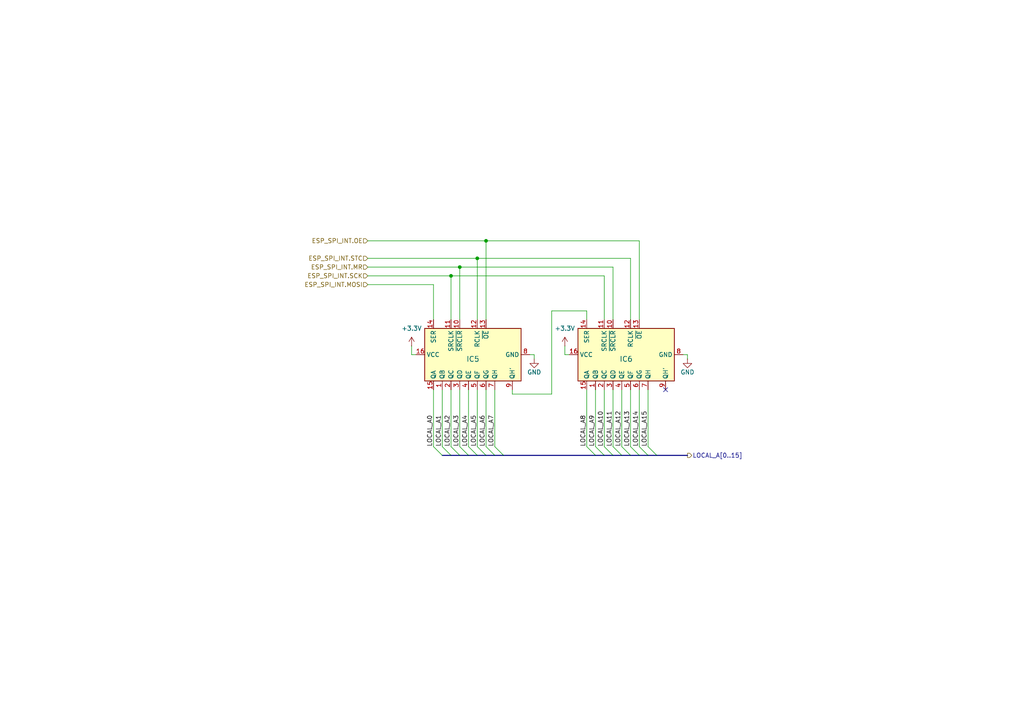
<source format=kicad_sch>
(kicad_sch
	(version 20231120)
	(generator "eeschema")
	(generator_version "8.0")
	(uuid "3e57c991-ee6c-4477-ac2f-fc9129eb7272")
	(paper "A4")
	(lib_symbols
		(symbol "74xx:74HC595"
			(exclude_from_sim no)
			(in_bom yes)
			(on_board yes)
			(property "Reference" "U"
				(at -7.62 13.97 0)
				(effects
					(font
						(size 1.27 1.27)
					)
				)
			)
			(property "Value" "74HC595"
				(at -7.62 -16.51 0)
				(effects
					(font
						(size 1.27 1.27)
					)
				)
			)
			(property "Footprint" ""
				(at 0 0 0)
				(effects
					(font
						(size 1.27 1.27)
					)
					(hide yes)
				)
			)
			(property "Datasheet" "http://www.ti.com/lit/ds/symlink/sn74hc595.pdf"
				(at 0 0 0)
				(effects
					(font
						(size 1.27 1.27)
					)
					(hide yes)
				)
			)
			(property "Description" "8-bit serial in/out Shift Register 3-State Outputs"
				(at 0 0 0)
				(effects
					(font
						(size 1.27 1.27)
					)
					(hide yes)
				)
			)
			(property "ki_keywords" "HCMOS SR 3State"
				(at 0 0 0)
				(effects
					(font
						(size 1.27 1.27)
					)
					(hide yes)
				)
			)
			(property "ki_fp_filters" "DIP*W7.62mm* SOIC*3.9x9.9mm*P1.27mm* TSSOP*4.4x5mm*P0.65mm* SOIC*5.3x10.2mm*P1.27mm* SOIC*7.5x10.3mm*P1.27mm*"
				(at 0 0 0)
				(effects
					(font
						(size 1.27 1.27)
					)
					(hide yes)
				)
			)
			(symbol "74HC595_1_0"
				(pin tri_state line
					(at 10.16 7.62 180)
					(length 2.54)
					(name "QB"
						(effects
							(font
								(size 1.27 1.27)
							)
						)
					)
					(number "1"
						(effects
							(font
								(size 1.27 1.27)
							)
						)
					)
				)
				(pin input line
					(at -10.16 2.54 0)
					(length 2.54)
					(name "~{SRCLR}"
						(effects
							(font
								(size 1.27 1.27)
							)
						)
					)
					(number "10"
						(effects
							(font
								(size 1.27 1.27)
							)
						)
					)
				)
				(pin input line
					(at -10.16 5.08 0)
					(length 2.54)
					(name "SRCLK"
						(effects
							(font
								(size 1.27 1.27)
							)
						)
					)
					(number "11"
						(effects
							(font
								(size 1.27 1.27)
							)
						)
					)
				)
				(pin input line
					(at -10.16 -2.54 0)
					(length 2.54)
					(name "RCLK"
						(effects
							(font
								(size 1.27 1.27)
							)
						)
					)
					(number "12"
						(effects
							(font
								(size 1.27 1.27)
							)
						)
					)
				)
				(pin input line
					(at -10.16 -5.08 0)
					(length 2.54)
					(name "~{OE}"
						(effects
							(font
								(size 1.27 1.27)
							)
						)
					)
					(number "13"
						(effects
							(font
								(size 1.27 1.27)
							)
						)
					)
				)
				(pin input line
					(at -10.16 10.16 0)
					(length 2.54)
					(name "SER"
						(effects
							(font
								(size 1.27 1.27)
							)
						)
					)
					(number "14"
						(effects
							(font
								(size 1.27 1.27)
							)
						)
					)
				)
				(pin tri_state line
					(at 10.16 10.16 180)
					(length 2.54)
					(name "QA"
						(effects
							(font
								(size 1.27 1.27)
							)
						)
					)
					(number "15"
						(effects
							(font
								(size 1.27 1.27)
							)
						)
					)
				)
				(pin power_in line
					(at 0 15.24 270)
					(length 2.54)
					(name "VCC"
						(effects
							(font
								(size 1.27 1.27)
							)
						)
					)
					(number "16"
						(effects
							(font
								(size 1.27 1.27)
							)
						)
					)
				)
				(pin tri_state line
					(at 10.16 5.08 180)
					(length 2.54)
					(name "QC"
						(effects
							(font
								(size 1.27 1.27)
							)
						)
					)
					(number "2"
						(effects
							(font
								(size 1.27 1.27)
							)
						)
					)
				)
				(pin tri_state line
					(at 10.16 2.54 180)
					(length 2.54)
					(name "QD"
						(effects
							(font
								(size 1.27 1.27)
							)
						)
					)
					(number "3"
						(effects
							(font
								(size 1.27 1.27)
							)
						)
					)
				)
				(pin tri_state line
					(at 10.16 0 180)
					(length 2.54)
					(name "QE"
						(effects
							(font
								(size 1.27 1.27)
							)
						)
					)
					(number "4"
						(effects
							(font
								(size 1.27 1.27)
							)
						)
					)
				)
				(pin tri_state line
					(at 10.16 -2.54 180)
					(length 2.54)
					(name "QF"
						(effects
							(font
								(size 1.27 1.27)
							)
						)
					)
					(number "5"
						(effects
							(font
								(size 1.27 1.27)
							)
						)
					)
				)
				(pin tri_state line
					(at 10.16 -5.08 180)
					(length 2.54)
					(name "QG"
						(effects
							(font
								(size 1.27 1.27)
							)
						)
					)
					(number "6"
						(effects
							(font
								(size 1.27 1.27)
							)
						)
					)
				)
				(pin tri_state line
					(at 10.16 -7.62 180)
					(length 2.54)
					(name "QH"
						(effects
							(font
								(size 1.27 1.27)
							)
						)
					)
					(number "7"
						(effects
							(font
								(size 1.27 1.27)
							)
						)
					)
				)
				(pin power_in line
					(at 0 -17.78 90)
					(length 2.54)
					(name "GND"
						(effects
							(font
								(size 1.27 1.27)
							)
						)
					)
					(number "8"
						(effects
							(font
								(size 1.27 1.27)
							)
						)
					)
				)
				(pin output line
					(at 10.16 -12.7 180)
					(length 2.54)
					(name "QH'"
						(effects
							(font
								(size 1.27 1.27)
							)
						)
					)
					(number "9"
						(effects
							(font
								(size 1.27 1.27)
							)
						)
					)
				)
			)
			(symbol "74HC595_1_1"
				(rectangle
					(start -7.62 12.7)
					(end 7.62 -15.24)
					(stroke
						(width 0.254)
						(type default)
					)
					(fill
						(type background)
					)
				)
			)
		)
		(symbol "power:+3.3V"
			(power)
			(pin_numbers hide)
			(pin_names
				(offset 0) hide)
			(exclude_from_sim no)
			(in_bom yes)
			(on_board yes)
			(property "Reference" "#PWR"
				(at 0 -3.81 0)
				(effects
					(font
						(size 1.27 1.27)
					)
					(hide yes)
				)
			)
			(property "Value" "+3.3V"
				(at 0 3.556 0)
				(effects
					(font
						(size 1.27 1.27)
					)
				)
			)
			(property "Footprint" ""
				(at 0 0 0)
				(effects
					(font
						(size 1.27 1.27)
					)
					(hide yes)
				)
			)
			(property "Datasheet" ""
				(at 0 0 0)
				(effects
					(font
						(size 1.27 1.27)
					)
					(hide yes)
				)
			)
			(property "Description" "Power symbol creates a global label with name \"+3.3V\""
				(at 0 0 0)
				(effects
					(font
						(size 1.27 1.27)
					)
					(hide yes)
				)
			)
			(property "ki_keywords" "global power"
				(at 0 0 0)
				(effects
					(font
						(size 1.27 1.27)
					)
					(hide yes)
				)
			)
			(symbol "+3.3V_0_1"
				(polyline
					(pts
						(xy -0.762 1.27) (xy 0 2.54)
					)
					(stroke
						(width 0)
						(type default)
					)
					(fill
						(type none)
					)
				)
				(polyline
					(pts
						(xy 0 0) (xy 0 2.54)
					)
					(stroke
						(width 0)
						(type default)
					)
					(fill
						(type none)
					)
				)
				(polyline
					(pts
						(xy 0 2.54) (xy 0.762 1.27)
					)
					(stroke
						(width 0)
						(type default)
					)
					(fill
						(type none)
					)
				)
			)
			(symbol "+3.3V_1_1"
				(pin power_in line
					(at 0 0 90)
					(length 0)
					(name "~"
						(effects
							(font
								(size 1.27 1.27)
							)
						)
					)
					(number "1"
						(effects
							(font
								(size 1.27 1.27)
							)
						)
					)
				)
			)
		)
		(symbol "power:GND"
			(power)
			(pin_numbers hide)
			(pin_names
				(offset 0) hide)
			(exclude_from_sim no)
			(in_bom yes)
			(on_board yes)
			(property "Reference" "#PWR"
				(at 0 -6.35 0)
				(effects
					(font
						(size 1.27 1.27)
					)
					(hide yes)
				)
			)
			(property "Value" "GND"
				(at 0 -3.81 0)
				(effects
					(font
						(size 1.27 1.27)
					)
				)
			)
			(property "Footprint" ""
				(at 0 0 0)
				(effects
					(font
						(size 1.27 1.27)
					)
					(hide yes)
				)
			)
			(property "Datasheet" ""
				(at 0 0 0)
				(effects
					(font
						(size 1.27 1.27)
					)
					(hide yes)
				)
			)
			(property "Description" "Power symbol creates a global label with name \"GND\" , ground"
				(at 0 0 0)
				(effects
					(font
						(size 1.27 1.27)
					)
					(hide yes)
				)
			)
			(property "ki_keywords" "global power"
				(at 0 0 0)
				(effects
					(font
						(size 1.27 1.27)
					)
					(hide yes)
				)
			)
			(symbol "GND_0_1"
				(polyline
					(pts
						(xy 0 0) (xy 0 -1.27) (xy 1.27 -1.27) (xy 0 -2.54) (xy -1.27 -1.27) (xy 0 -1.27)
					)
					(stroke
						(width 0)
						(type default)
					)
					(fill
						(type none)
					)
				)
			)
			(symbol "GND_1_1"
				(pin power_in line
					(at 0 0 270)
					(length 0)
					(name "~"
						(effects
							(font
								(size 1.27 1.27)
							)
						)
					)
					(number "1"
						(effects
							(font
								(size 1.27 1.27)
							)
						)
					)
				)
			)
		)
	)
	(junction
		(at 133.35 77.47)
		(diameter 0)
		(color 0 0 0 0)
		(uuid "8ebef572-2e13-4209-abcd-831d720fbdb2")
	)
	(junction
		(at 130.81 80.01)
		(diameter 0)
		(color 0 0 0 0)
		(uuid "9d8c396a-40d9-42ea-8220-067da0012b5d")
	)
	(junction
		(at 140.97 69.85)
		(diameter 0)
		(color 0 0 0 0)
		(uuid "d78c04f8-7cdd-4148-8116-30396496f405")
	)
	(junction
		(at 138.43 74.93)
		(diameter 0)
		(color 0 0 0 0)
		(uuid "def08c02-9665-4421-b111-653f54d25129")
	)
	(no_connect
		(at 193.04 113.03)
		(uuid "7377e678-dd3f-4878-8496-9b75db641e1c")
	)
	(bus_entry
		(at 187.96 129.54)
		(size 2.54 2.54)
		(stroke
			(width 0)
			(type default)
		)
		(uuid "016b24c2-05de-4165-93dd-ae48351e42b1")
	)
	(bus_entry
		(at 180.34 129.54)
		(size 2.54 2.54)
		(stroke
			(width 0)
			(type default)
		)
		(uuid "1964aac2-9a2f-49d4-b16b-a831d9518fb7")
	)
	(bus_entry
		(at 182.88 129.54)
		(size 2.54 2.54)
		(stroke
			(width 0)
			(type default)
		)
		(uuid "36d5ca51-40a0-447e-85ca-d5db8a2414d6")
	)
	(bus_entry
		(at 133.35 129.54)
		(size 2.54 2.54)
		(stroke
			(width 0)
			(type default)
		)
		(uuid "57e0501b-4d1b-4f54-ba09-498392e530c1")
	)
	(bus_entry
		(at 125.73 129.54)
		(size 2.54 2.54)
		(stroke
			(width 0)
			(type default)
		)
		(uuid "64386edf-4994-4c67-a32b-1adf4235aefb")
	)
	(bus_entry
		(at 135.89 129.54)
		(size 2.54 2.54)
		(stroke
			(width 0)
			(type default)
		)
		(uuid "6b3f4361-6695-437d-8b5c-223fbabbbda5")
	)
	(bus_entry
		(at 172.72 129.54)
		(size 2.54 2.54)
		(stroke
			(width 0)
			(type default)
		)
		(uuid "7f3182da-ffe8-4b0c-ae93-ff2f47a6597b")
	)
	(bus_entry
		(at 140.97 129.54)
		(size 2.54 2.54)
		(stroke
			(width 0)
			(type default)
		)
		(uuid "8a778364-1141-4393-80a2-e99d30899ff7")
	)
	(bus_entry
		(at 175.26 129.54)
		(size 2.54 2.54)
		(stroke
			(width 0)
			(type default)
		)
		(uuid "91c1fd9d-ab3c-4cd1-8259-a7d15adc27bd")
	)
	(bus_entry
		(at 185.42 129.54)
		(size 2.54 2.54)
		(stroke
			(width 0)
			(type default)
		)
		(uuid "94e8faf0-d2f6-481c-9657-8d733c14cc38")
	)
	(bus_entry
		(at 138.43 129.54)
		(size 2.54 2.54)
		(stroke
			(width 0)
			(type default)
		)
		(uuid "95d11dca-46b7-469d-b36b-028c2dedb612")
	)
	(bus_entry
		(at 177.8 129.54)
		(size 2.54 2.54)
		(stroke
			(width 0)
			(type default)
		)
		(uuid "ad3d2c99-3509-4106-8ad1-4ecd1d847a92")
	)
	(bus_entry
		(at 170.18 129.54)
		(size 2.54 2.54)
		(stroke
			(width 0)
			(type default)
		)
		(uuid "b492701e-9c3d-445e-84e0-76cad3496608")
	)
	(bus_entry
		(at 143.51 129.54)
		(size 2.54 2.54)
		(stroke
			(width 0)
			(type default)
		)
		(uuid "bb2e830f-9300-4829-ad53-b8ed4d3dbbb9")
	)
	(bus_entry
		(at 130.81 129.54)
		(size 2.54 2.54)
		(stroke
			(width 0)
			(type default)
		)
		(uuid "eb71664e-7362-452e-ab21-7da259c93381")
	)
	(bus_entry
		(at 128.27 129.54)
		(size 2.54 2.54)
		(stroke
			(width 0)
			(type default)
		)
		(uuid "f986eccb-764e-497e-a1fd-b10199a222d2")
	)
	(wire
		(pts
			(xy 119.38 100.33) (xy 119.38 102.87)
		)
		(stroke
			(width 0)
			(type default)
		)
		(uuid "004622d2-1325-4676-996a-ec683e911809")
	)
	(wire
		(pts
			(xy 177.8 77.47) (xy 177.8 92.71)
		)
		(stroke
			(width 0)
			(type default)
		)
		(uuid "02c5e86a-ee63-436f-8233-c7834fd5e4a2")
	)
	(bus
		(pts
			(xy 140.97 132.08) (xy 143.51 132.08)
		)
		(stroke
			(width 0)
			(type default)
		)
		(uuid "067f923e-8337-4f4c-b180-39258b462492")
	)
	(bus
		(pts
			(xy 180.34 132.08) (xy 182.88 132.08)
		)
		(stroke
			(width 0)
			(type default)
		)
		(uuid "0addd886-e422-4faf-a706-01055a707cb4")
	)
	(bus
		(pts
			(xy 190.5 132.08) (xy 199.39 132.08)
		)
		(stroke
			(width 0)
			(type default)
		)
		(uuid "0f67ca4e-ed40-4c94-b74f-faa48d9ea660")
	)
	(wire
		(pts
			(xy 140.97 69.85) (xy 185.42 69.85)
		)
		(stroke
			(width 0)
			(type default)
		)
		(uuid "115b45dc-3093-4820-8d5a-60b3eca1d8e2")
	)
	(bus
		(pts
			(xy 135.89 132.08) (xy 138.43 132.08)
		)
		(stroke
			(width 0)
			(type default)
		)
		(uuid "148d64b0-44f7-412a-a229-6ad71b21fe9a")
	)
	(wire
		(pts
			(xy 140.97 113.03) (xy 140.97 129.54)
		)
		(stroke
			(width 0)
			(type default)
		)
		(uuid "14c08f89-55b8-4552-b0a2-331cc7073421")
	)
	(wire
		(pts
			(xy 128.27 113.03) (xy 128.27 129.54)
		)
		(stroke
			(width 0)
			(type default)
		)
		(uuid "21803f36-f645-44ce-98ea-49450d83c7de")
	)
	(bus
		(pts
			(xy 146.05 132.08) (xy 172.72 132.08)
		)
		(stroke
			(width 0)
			(type default)
		)
		(uuid "2364b110-ce31-40d0-a693-5ac536b8e47b")
	)
	(wire
		(pts
			(xy 172.72 113.03) (xy 172.72 129.54)
		)
		(stroke
			(width 0)
			(type default)
		)
		(uuid "29f8e695-12f4-4f9c-b471-1f003aedc74c")
	)
	(wire
		(pts
			(xy 133.35 113.03) (xy 133.35 129.54)
		)
		(stroke
			(width 0)
			(type default)
		)
		(uuid "30e44fc9-70a5-41cd-97cb-cad65b100953")
	)
	(bus
		(pts
			(xy 177.8 132.08) (xy 180.34 132.08)
		)
		(stroke
			(width 0)
			(type default)
		)
		(uuid "36664191-c204-4112-b775-88c7c8bb9f52")
	)
	(bus
		(pts
			(xy 143.51 132.08) (xy 146.05 132.08)
		)
		(stroke
			(width 0)
			(type default)
		)
		(uuid "3884a5db-39d2-47da-b68f-1609bbc3e47a")
	)
	(wire
		(pts
			(xy 154.94 102.87) (xy 153.67 102.87)
		)
		(stroke
			(width 0)
			(type default)
		)
		(uuid "38a809c3-f4ad-4e39-9d60-0923469eb2f5")
	)
	(wire
		(pts
			(xy 177.8 113.03) (xy 177.8 129.54)
		)
		(stroke
			(width 0)
			(type default)
		)
		(uuid "40d213f9-8585-4728-bdc2-bcab11a184fb")
	)
	(wire
		(pts
			(xy 106.68 77.47) (xy 133.35 77.47)
		)
		(stroke
			(width 0)
			(type default)
		)
		(uuid "433f2a7c-6eec-4842-93f8-ea5b38f60f67")
	)
	(wire
		(pts
			(xy 138.43 74.93) (xy 182.88 74.93)
		)
		(stroke
			(width 0)
			(type default)
		)
		(uuid "4d4b5373-611b-46b1-a875-22226e645ce8")
	)
	(wire
		(pts
			(xy 119.38 102.87) (xy 120.65 102.87)
		)
		(stroke
			(width 0)
			(type default)
		)
		(uuid "4e83d731-71cb-4d19-bec7-5accee16a9ad")
	)
	(wire
		(pts
			(xy 130.81 80.01) (xy 175.26 80.01)
		)
		(stroke
			(width 0)
			(type default)
		)
		(uuid "4fa1ab71-4e07-45fc-8bed-63b6806b19da")
	)
	(wire
		(pts
			(xy 138.43 113.03) (xy 138.43 129.54)
		)
		(stroke
			(width 0)
			(type default)
		)
		(uuid "50427024-7a2f-49d7-81e6-c46aca29a4ed")
	)
	(bus
		(pts
			(xy 130.81 132.08) (xy 133.35 132.08)
		)
		(stroke
			(width 0)
			(type default)
		)
		(uuid "5112ae12-9806-4fee-abcd-b4ac786735d8")
	)
	(wire
		(pts
			(xy 170.18 113.03) (xy 170.18 129.54)
		)
		(stroke
			(width 0)
			(type default)
		)
		(uuid "51da6312-e064-4f61-984a-5bf7b6a7af79")
	)
	(wire
		(pts
			(xy 125.73 113.03) (xy 125.73 129.54)
		)
		(stroke
			(width 0)
			(type default)
		)
		(uuid "59b1139a-71ca-4a81-9f81-c50a9ac3c863")
	)
	(bus
		(pts
			(xy 185.42 132.08) (xy 187.96 132.08)
		)
		(stroke
			(width 0)
			(type default)
		)
		(uuid "67405e5f-727c-48ae-9053-34db60bc9d71")
	)
	(wire
		(pts
			(xy 187.96 113.03) (xy 187.96 129.54)
		)
		(stroke
			(width 0)
			(type default)
		)
		(uuid "67896519-184a-4190-8bf4-ca8ade696a26")
	)
	(wire
		(pts
			(xy 106.68 80.01) (xy 130.81 80.01)
		)
		(stroke
			(width 0)
			(type default)
		)
		(uuid "6a35bfbc-1c3f-44e7-9669-cee4f8836dd2")
	)
	(wire
		(pts
			(xy 143.51 113.03) (xy 143.51 129.54)
		)
		(stroke
			(width 0)
			(type default)
		)
		(uuid "6b05cad1-4570-40df-9e19-641efad8cad6")
	)
	(bus
		(pts
			(xy 133.35 132.08) (xy 135.89 132.08)
		)
		(stroke
			(width 0)
			(type default)
		)
		(uuid "6e75d645-317a-4b45-a1f9-929f007c73ea")
	)
	(bus
		(pts
			(xy 187.96 132.08) (xy 190.5 132.08)
		)
		(stroke
			(width 0)
			(type default)
		)
		(uuid "7afb5828-173b-4e56-8a58-57edec3846bb")
	)
	(wire
		(pts
			(xy 138.43 74.93) (xy 138.43 92.71)
		)
		(stroke
			(width 0)
			(type default)
		)
		(uuid "82e55ab7-325e-40cd-a80c-f69c0346ab35")
	)
	(wire
		(pts
			(xy 170.18 92.71) (xy 170.18 90.17)
		)
		(stroke
			(width 0)
			(type default)
		)
		(uuid "838b3e3e-f7e5-4687-a0ac-4c5efe7f5bd6")
	)
	(bus
		(pts
			(xy 172.72 132.08) (xy 175.26 132.08)
		)
		(stroke
			(width 0)
			(type default)
		)
		(uuid "872e5409-d3a3-48e6-9899-92c9603cb557")
	)
	(wire
		(pts
			(xy 106.68 69.85) (xy 140.97 69.85)
		)
		(stroke
			(width 0)
			(type default)
		)
		(uuid "8de1e1fd-cb53-476c-be91-21ae7e916189")
	)
	(wire
		(pts
			(xy 163.83 102.87) (xy 165.1 102.87)
		)
		(stroke
			(width 0)
			(type default)
		)
		(uuid "92f6320d-cf73-4da4-bb55-de2616f973f1")
	)
	(wire
		(pts
			(xy 133.35 77.47) (xy 177.8 77.47)
		)
		(stroke
			(width 0)
			(type default)
		)
		(uuid "94b91788-52fd-4111-af08-a35160743461")
	)
	(wire
		(pts
			(xy 125.73 92.71) (xy 125.73 82.55)
		)
		(stroke
			(width 0)
			(type default)
		)
		(uuid "950337d5-e795-40ea-a7f2-7e56bc8ac29c")
	)
	(wire
		(pts
			(xy 130.81 113.03) (xy 130.81 129.54)
		)
		(stroke
			(width 0)
			(type default)
		)
		(uuid "963795da-e549-4a27-9e8b-c51d0e363ee4")
	)
	(wire
		(pts
			(xy 148.59 114.3) (xy 148.59 113.03)
		)
		(stroke
			(width 0)
			(type default)
		)
		(uuid "96aa3c78-fd7c-489a-bac8-e3bd648398e5")
	)
	(wire
		(pts
			(xy 160.02 114.3) (xy 160.02 90.17)
		)
		(stroke
			(width 0)
			(type default)
		)
		(uuid "97166192-1b3e-4c9b-8b71-a2d17e735ca4")
	)
	(wire
		(pts
			(xy 199.39 102.87) (xy 199.39 104.14)
		)
		(stroke
			(width 0)
			(type default)
		)
		(uuid "989aeb24-8b64-4da2-b130-359a62a96064")
	)
	(wire
		(pts
			(xy 163.83 100.33) (xy 163.83 102.87)
		)
		(stroke
			(width 0)
			(type default)
		)
		(uuid "9a869301-b2c5-4ad6-9c77-82fa1bf1b6d0")
	)
	(wire
		(pts
			(xy 160.02 90.17) (xy 170.18 90.17)
		)
		(stroke
			(width 0)
			(type default)
		)
		(uuid "9c1ed13e-7a80-42f6-86db-b831b86fd3db")
	)
	(wire
		(pts
			(xy 180.34 113.03) (xy 180.34 129.54)
		)
		(stroke
			(width 0)
			(type default)
		)
		(uuid "9cbe4e52-77a7-4045-b72f-18e56852e89b")
	)
	(wire
		(pts
			(xy 185.42 113.03) (xy 185.42 129.54)
		)
		(stroke
			(width 0)
			(type default)
		)
		(uuid "aaa78270-4858-480a-a6dc-e4ecd582bb7e")
	)
	(wire
		(pts
			(xy 106.68 82.55) (xy 125.73 82.55)
		)
		(stroke
			(width 0)
			(type default)
		)
		(uuid "b93b1fdf-8d34-4321-862d-c959cf952854")
	)
	(bus
		(pts
			(xy 182.88 132.08) (xy 185.42 132.08)
		)
		(stroke
			(width 0)
			(type default)
		)
		(uuid "bd1800b9-de2e-40c9-b7aa-5873b9c33886")
	)
	(wire
		(pts
			(xy 182.88 74.93) (xy 182.88 92.71)
		)
		(stroke
			(width 0)
			(type default)
		)
		(uuid "bec0f0db-0dfc-41db-826c-adb78dbaaffc")
	)
	(wire
		(pts
			(xy 133.35 77.47) (xy 133.35 92.71)
		)
		(stroke
			(width 0)
			(type default)
		)
		(uuid "c0ae456f-01a9-4038-abf0-17651305e316")
	)
	(wire
		(pts
			(xy 182.88 113.03) (xy 182.88 129.54)
		)
		(stroke
			(width 0)
			(type default)
		)
		(uuid "c1061c0b-c84a-4ae3-9e64-b6e83ba19e36")
	)
	(wire
		(pts
			(xy 175.26 113.03) (xy 175.26 129.54)
		)
		(stroke
			(width 0)
			(type default)
		)
		(uuid "c6044f3f-6ba9-4772-ba73-ab41d5473fe8")
	)
	(wire
		(pts
			(xy 185.42 92.71) (xy 185.42 69.85)
		)
		(stroke
			(width 0)
			(type default)
		)
		(uuid "c8bd92b2-8f08-4dde-8ff7-b4b35104c879")
	)
	(bus
		(pts
			(xy 128.27 132.08) (xy 130.81 132.08)
		)
		(stroke
			(width 0)
			(type default)
		)
		(uuid "cc9b2152-3934-4f2b-b141-84cace55493c")
	)
	(wire
		(pts
			(xy 154.94 102.87) (xy 154.94 104.14)
		)
		(stroke
			(width 0)
			(type default)
		)
		(uuid "cda65532-60ba-4936-a394-96396a005178")
	)
	(wire
		(pts
			(xy 106.68 74.93) (xy 138.43 74.93)
		)
		(stroke
			(width 0)
			(type default)
		)
		(uuid "ce9823c6-bc58-49d3-b136-a25ed5704c44")
	)
	(wire
		(pts
			(xy 130.81 80.01) (xy 130.81 92.71)
		)
		(stroke
			(width 0)
			(type default)
		)
		(uuid "d0bdaf73-3158-4612-be74-6f5e6ca7ce26")
	)
	(wire
		(pts
			(xy 199.39 102.87) (xy 198.12 102.87)
		)
		(stroke
			(width 0)
			(type default)
		)
		(uuid "de53799b-9212-4c78-a1c8-72b498639377")
	)
	(wire
		(pts
			(xy 160.02 114.3) (xy 148.59 114.3)
		)
		(stroke
			(width 0)
			(type default)
		)
		(uuid "e1d2f1eb-9b4c-46c2-a03b-d6fced6785a7")
	)
	(bus
		(pts
			(xy 138.43 132.08) (xy 140.97 132.08)
		)
		(stroke
			(width 0)
			(type default)
		)
		(uuid "e355df0f-035f-4dd8-846e-d5b975529f95")
	)
	(wire
		(pts
			(xy 140.97 69.85) (xy 140.97 92.71)
		)
		(stroke
			(width 0)
			(type default)
		)
		(uuid "e4baf031-8934-4425-a5cb-b0d81e77ce63")
	)
	(bus
		(pts
			(xy 175.26 132.08) (xy 177.8 132.08)
		)
		(stroke
			(width 0)
			(type default)
		)
		(uuid "ef6fbc95-b95e-4916-9381-067a8428d21c")
	)
	(wire
		(pts
			(xy 135.89 113.03) (xy 135.89 129.54)
		)
		(stroke
			(width 0)
			(type default)
		)
		(uuid "f6673f36-9038-41e4-abfe-446d163ccf0b")
	)
	(wire
		(pts
			(xy 175.26 80.01) (xy 175.26 92.71)
		)
		(stroke
			(width 0)
			(type default)
		)
		(uuid "fadbf86c-ae57-452c-a9b5-5d8de47ad3ea")
	)
	(label "LOCAL_A1"
		(at 128.27 129.54 90)
		(fields_autoplaced yes)
		(effects
			(font
				(size 1.27 1.27)
			)
			(justify left bottom)
		)
		(uuid "06bd30ec-2029-448c-81eb-3481bd41ce50")
	)
	(label "LOCAL_A4"
		(at 135.89 129.54 90)
		(fields_autoplaced yes)
		(effects
			(font
				(size 1.27 1.27)
			)
			(justify left bottom)
		)
		(uuid "0980ca37-7be2-4640-83f3-ddcf92d6725f")
	)
	(label "LOCAL_A10"
		(at 175.26 129.54 90)
		(fields_autoplaced yes)
		(effects
			(font
				(size 1.27 1.27)
			)
			(justify left bottom)
		)
		(uuid "0f550e13-454b-48f2-ab41-a0d699ed8928")
	)
	(label "LOCAL_A11"
		(at 177.8 129.54 90)
		(fields_autoplaced yes)
		(effects
			(font
				(size 1.27 1.27)
			)
			(justify left bottom)
		)
		(uuid "1fcb1618-92a0-4eca-9eee-2dbd806d4df2")
	)
	(label "LOCAL_A13"
		(at 182.88 129.54 90)
		(fields_autoplaced yes)
		(effects
			(font
				(size 1.27 1.27)
			)
			(justify left bottom)
		)
		(uuid "30b9b3fe-5a39-419a-affe-63ac25874d5d")
	)
	(label "LOCAL_A12"
		(at 180.34 129.54 90)
		(fields_autoplaced yes)
		(effects
			(font
				(size 1.27 1.27)
			)
			(justify left bottom)
		)
		(uuid "31b0cce4-221f-4f4a-b567-9ef31a5d1356")
	)
	(label "LOCAL_A5"
		(at 138.43 129.54 90)
		(fields_autoplaced yes)
		(effects
			(font
				(size 1.27 1.27)
			)
			(justify left bottom)
		)
		(uuid "44053195-c30d-47af-bdf9-5e5e0eaff71e")
	)
	(label "LOCAL_A2"
		(at 130.81 129.54 90)
		(fields_autoplaced yes)
		(effects
			(font
				(size 1.27 1.27)
			)
			(justify left bottom)
		)
		(uuid "4ec68b74-8f4c-4756-9d7b-af60af2abea7")
	)
	(label "LOCAL_A14"
		(at 185.42 129.54 90)
		(fields_autoplaced yes)
		(effects
			(font
				(size 1.27 1.27)
			)
			(justify left bottom)
		)
		(uuid "68056c7e-0e6b-447a-97b2-b0af0249c6ab")
	)
	(label "LOCAL_A7"
		(at 143.51 129.54 90)
		(fields_autoplaced yes)
		(effects
			(font
				(size 1.27 1.27)
			)
			(justify left bottom)
		)
		(uuid "6d1cb3af-27db-4fd7-bf9f-fc837b46d368")
	)
	(label "LOCAL_A0"
		(at 125.73 129.54 90)
		(fields_autoplaced yes)
		(effects
			(font
				(size 1.27 1.27)
			)
			(justify left bottom)
		)
		(uuid "ae756454-3250-481d-9688-693fe956906b")
	)
	(label "LOCAL_A15"
		(at 187.96 129.54 90)
		(fields_autoplaced yes)
		(effects
			(font
				(size 1.27 1.27)
			)
			(justify left bottom)
		)
		(uuid "b027e4f1-80ed-45ff-9cff-2d606cf3e94c")
	)
	(label "LOCAL_A6"
		(at 140.97 129.54 90)
		(fields_autoplaced yes)
		(effects
			(font
				(size 1.27 1.27)
			)
			(justify left bottom)
		)
		(uuid "dc25e6cf-4293-4f7c-8df1-82f05849ffa1")
	)
	(label "LOCAL_A9"
		(at 172.72 129.54 90)
		(fields_autoplaced yes)
		(effects
			(font
				(size 1.27 1.27)
			)
			(justify left bottom)
		)
		(uuid "ddd7f090-2ec2-40d0-84c2-8d2613af6cea")
	)
	(label "LOCAL_A3"
		(at 133.35 129.54 90)
		(fields_autoplaced yes)
		(effects
			(font
				(size 1.27 1.27)
			)
			(justify left bottom)
		)
		(uuid "e45f7a9a-dd52-4fdf-a3fd-98949251a5b4")
	)
	(label "LOCAL_A8"
		(at 170.18 129.54 90)
		(fields_autoplaced yes)
		(effects
			(font
				(size 1.27 1.27)
			)
			(justify left bottom)
		)
		(uuid "fe6a5bb8-e18e-4930-b8de-0e7cfed13d2a")
	)
	(hierarchical_label "LOCAL_A[0..15]"
		(shape output)
		(at 199.39 132.08 0)
		(fields_autoplaced yes)
		(effects
			(font
				(size 1.27 1.27)
			)
			(justify left)
		)
		(uuid "0582b251-c88e-4616-ac53-38bb1ac991c0")
	)
	(hierarchical_label "ESP_SPI_INT.SCK"
		(shape input)
		(at 106.68 80.01 180)
		(fields_autoplaced yes)
		(effects
			(font
				(size 1.27 1.27)
			)
			(justify right)
		)
		(uuid "1754a504-d7cf-4504-8389-4421d84af472")
	)
	(hierarchical_label "ESP_SPI_INT.MR"
		(shape input)
		(at 106.68 77.47 180)
		(fields_autoplaced yes)
		(effects
			(font
				(size 1.27 1.27)
			)
			(justify right)
		)
		(uuid "1d22d897-606b-4636-a53f-a1e3c2254b56")
	)
	(hierarchical_label "ESP_SPI_INT.MOSI"
		(shape input)
		(at 106.68 82.55 180)
		(fields_autoplaced yes)
		(effects
			(font
				(size 1.27 1.27)
			)
			(justify right)
		)
		(uuid "2824e3bb-5ecc-464e-9507-69da4628f696")
	)
	(hierarchical_label "ESP_SPI_INT.STC"
		(shape input)
		(at 106.68 74.93 180)
		(fields_autoplaced yes)
		(effects
			(font
				(size 1.27 1.27)
			)
			(justify right)
		)
		(uuid "5ab94b6e-963b-437a-878d-37e7d746cb25")
	)
	(hierarchical_label "ESP_SPI_INT.OE"
		(shape input)
		(at 106.68 69.85 180)
		(fields_autoplaced yes)
		(effects
			(font
				(size 1.27 1.27)
			)
			(justify right)
		)
		(uuid "fa7e651a-f91f-4f6b-b83c-9cef8cbb1a23")
	)
	(symbol
		(lib_id "power:+3.3V")
		(at 119.38 100.33 0)
		(unit 1)
		(exclude_from_sim no)
		(in_bom yes)
		(on_board yes)
		(dnp no)
		(fields_autoplaced yes)
		(uuid "26001ee5-1ea7-4cef-ba48-854730c20a39")
		(property "Reference" "#PWR010"
			(at 119.38 104.14 0)
			(effects
				(font
					(size 1.27 1.27)
				)
				(hide yes)
			)
		)
		(property "Value" "+3.3V"
			(at 119.38 95.25 0)
			(effects
				(font
					(size 1.27 1.27)
				)
			)
		)
		(property "Footprint" ""
			(at 119.38 100.33 0)
			(effects
				(font
					(size 1.27 1.27)
				)
				(hide yes)
			)
		)
		(property "Datasheet" ""
			(at 119.38 100.33 0)
			(effects
				(font
					(size 1.27 1.27)
				)
				(hide yes)
			)
		)
		(property "Description" "Power symbol creates a global label with name \"+3.3V\""
			(at 119.38 100.33 0)
			(effects
				(font
					(size 1.27 1.27)
				)
				(hide yes)
			)
		)
		(pin "1"
			(uuid "b308d44b-d199-4cb0-80e9-d68faaec7e7e")
		)
		(instances
			(project "FujiNet 4.0"
				(path "/3f4c9c6f-2a2f-4b07-95a4-300eafec0cc9/e89e02ac-97b1-4ed7-9215-dbe6f0f0ecbc/c9237791-81be-43ae-9a6d-8a4b538586a5"
					(reference "#PWR010")
					(unit 1)
				)
			)
		)
	)
	(symbol
		(lib_id "power:GND")
		(at 199.39 104.14 0)
		(unit 1)
		(exclude_from_sim no)
		(in_bom yes)
		(on_board yes)
		(dnp no)
		(uuid "2f4df2e9-5d5e-4ccc-9d09-7988fbc2ce2f")
		(property "Reference" "#PWR013"
			(at 199.39 110.49 0)
			(effects
				(font
					(size 1.27 1.27)
				)
				(hide yes)
			)
		)
		(property "Value" "GND"
			(at 199.39 107.95 0)
			(effects
				(font
					(size 1.27 1.27)
				)
			)
		)
		(property "Footprint" ""
			(at 199.39 104.14 0)
			(effects
				(font
					(size 1.27 1.27)
				)
				(hide yes)
			)
		)
		(property "Datasheet" ""
			(at 199.39 104.14 0)
			(effects
				(font
					(size 1.27 1.27)
				)
				(hide yes)
			)
		)
		(property "Description" "Power symbol creates a global label with name \"GND\" , ground"
			(at 199.39 104.14 0)
			(effects
				(font
					(size 1.27 1.27)
				)
				(hide yes)
			)
		)
		(pin "1"
			(uuid "72866910-5cea-43c1-929c-d11fcefc3310")
		)
		(instances
			(project "FujiNet 4.0"
				(path "/3f4c9c6f-2a2f-4b07-95a4-300eafec0cc9/e89e02ac-97b1-4ed7-9215-dbe6f0f0ecbc/c9237791-81be-43ae-9a6d-8a4b538586a5"
					(reference "#PWR013")
					(unit 1)
				)
			)
		)
	)
	(symbol
		(lib_id "74xx:74HC595")
		(at 135.89 102.87 90)
		(mirror x)
		(unit 1)
		(exclude_from_sim no)
		(in_bom yes)
		(on_board yes)
		(dnp no)
		(uuid "50430db0-2608-43b1-8ba0-577e4aee97c5")
		(property "Reference" "IC5"
			(at 137.16 104.14 90)
			(effects
				(font
					(size 1.4986 1.4986)
				)
			)
		)
		(property "Value" "74595N"
			(at 153.67 95.25 0)
			(effects
				(font
					(size 1.4986 1.4986)
				)
				(justify left bottom)
				(hide yes)
			)
		)
		(property "Footprint" "Package_DIP:DIP-16_W7.62mm_Socket"
			(at 135.89 102.87 0)
			(effects
				(font
					(size 1.27 1.27)
				)
				(hide yes)
			)
		)
		(property "Datasheet" "http://www.ti.com/lit/ds/symlink/sn74hc595.pdf"
			(at 135.89 102.87 0)
			(effects
				(font
					(size 1.27 1.27)
				)
				(hide yes)
			)
		)
		(property "Description" "8-bit serial in/out Shift Register 3-State Outputs"
			(at 135.89 102.87 0)
			(effects
				(font
					(size 1.27 1.27)
				)
				(hide yes)
			)
		)
		(pin "1"
			(uuid "c3209f0e-4e44-4c9c-b941-0e499cc80d19")
		)
		(pin "10"
			(uuid "aa5daf9e-d405-46df-8aae-622174df4db5")
		)
		(pin "11"
			(uuid "b6828501-db30-4733-8886-9f7b955820eb")
		)
		(pin "12"
			(uuid "ef5fdc0d-d630-4af3-9ae4-de93bb9e0303")
		)
		(pin "13"
			(uuid "c00b70cf-8cc4-4ad2-8103-2d22c5fdab3b")
		)
		(pin "14"
			(uuid "4978c225-2030-4ce9-ac27-5affeb13cbef")
		)
		(pin "15"
			(uuid "f5164276-ad0e-4512-8cae-526dd76b9585")
		)
		(pin "16"
			(uuid "f536d0f0-c172-47ef-9956-fa5076bb727a")
		)
		(pin "2"
			(uuid "2635e4c3-0c57-44f2-9422-ec01548dc172")
		)
		(pin "3"
			(uuid "47bae3c7-8be2-44bf-9f07-5da20b5235ff")
		)
		(pin "4"
			(uuid "6d7fa020-dfce-42b5-9e92-7470b5c3ab56")
		)
		(pin "5"
			(uuid "af8f4489-416c-435b-95e4-544dc94770c9")
		)
		(pin "6"
			(uuid "b5a43f16-798a-4059-8dd2-347afa16c237")
		)
		(pin "7"
			(uuid "0eb88f4f-0771-4f2e-a969-adeea02d2877")
		)
		(pin "8"
			(uuid "221f290c-2d33-42b6-ab82-34c1f30ab5a7")
		)
		(pin "9"
			(uuid "933732f3-7f03-43aa-882b-7d47ddfcd2a6")
		)
		(instances
			(project "FujiNet 4.0"
				(path "/3f4c9c6f-2a2f-4b07-95a4-300eafec0cc9/e89e02ac-97b1-4ed7-9215-dbe6f0f0ecbc/c9237791-81be-43ae-9a6d-8a4b538586a5"
					(reference "IC5")
					(unit 1)
				)
			)
		)
	)
	(symbol
		(lib_id "74xx:74HC595")
		(at 180.34 102.87 90)
		(mirror x)
		(unit 1)
		(exclude_from_sim no)
		(in_bom yes)
		(on_board yes)
		(dnp no)
		(uuid "6bb1f03e-6ed7-4233-bb57-76cf2edeb6e2")
		(property "Reference" "IC6"
			(at 181.61 104.14 90)
			(effects
				(font
					(size 1.4986 1.4986)
				)
			)
		)
		(property "Value" "74595N"
			(at 198.12 95.25 0)
			(effects
				(font
					(size 1.4986 1.4986)
				)
				(justify left bottom)
				(hide yes)
			)
		)
		(property "Footprint" "Package_DIP:DIP-16_W7.62mm_Socket"
			(at 180.34 102.87 0)
			(effects
				(font
					(size 1.27 1.27)
				)
				(hide yes)
			)
		)
		(property "Datasheet" "http://www.ti.com/lit/ds/symlink/sn74hc595.pdf"
			(at 180.34 102.87 0)
			(effects
				(font
					(size 1.27 1.27)
				)
				(hide yes)
			)
		)
		(property "Description" "8-bit serial in/out Shift Register 3-State Outputs"
			(at 180.34 102.87 0)
			(effects
				(font
					(size 1.27 1.27)
				)
				(hide yes)
			)
		)
		(pin "1"
			(uuid "3bf447d2-5ce6-4d62-93d2-3d376f24138d")
		)
		(pin "10"
			(uuid "4774ec31-94f1-4c8e-b9d2-d566b3a6cc72")
		)
		(pin "11"
			(uuid "8d23d8d9-1601-40ea-beaf-69f34c084d51")
		)
		(pin "12"
			(uuid "fb0dbc34-03ef-4848-b4b7-68979598eb08")
		)
		(pin "13"
			(uuid "6f3253f4-dcfc-4e73-b6f5-ae2cccca6668")
		)
		(pin "14"
			(uuid "50782cb5-18a3-4c3a-b5a4-fe72c234431b")
		)
		(pin "15"
			(uuid "d2f78a73-16ce-4f41-8521-c419c603ff1e")
		)
		(pin "16"
			(uuid "bec6fa5a-13b4-4bee-ad6a-06f9c959ddd8")
		)
		(pin "2"
			(uuid "b4c58c03-26b9-4791-80e7-f01b65874552")
		)
		(pin "3"
			(uuid "c9e3b634-dcfd-4d03-b008-eb20f939bba2")
		)
		(pin "4"
			(uuid "7bd1ffdd-b958-4f94-ac33-23f02211479e")
		)
		(pin "5"
			(uuid "4e8060b5-8cf6-4e3a-ab9e-e71448805f00")
		)
		(pin "6"
			(uuid "dcd9fcf8-7d12-440b-a4ff-a0cb20b83e70")
		)
		(pin "7"
			(uuid "16f2675c-4156-49a2-8093-bc00af98a0e5")
		)
		(pin "8"
			(uuid "c27308cd-bb6f-4c69-8b08-1461b2e58899")
		)
		(pin "9"
			(uuid "6a433d4a-24b7-4e58-852b-7916e582c515")
		)
		(instances
			(project "FujiNet 4.0"
				(path "/3f4c9c6f-2a2f-4b07-95a4-300eafec0cc9/e89e02ac-97b1-4ed7-9215-dbe6f0f0ecbc/c9237791-81be-43ae-9a6d-8a4b538586a5"
					(reference "IC6")
					(unit 1)
				)
			)
		)
	)
	(symbol
		(lib_id "power:GND")
		(at 154.94 104.14 0)
		(unit 1)
		(exclude_from_sim no)
		(in_bom yes)
		(on_board yes)
		(dnp no)
		(uuid "93c1c1c1-4747-4572-9b58-05bdfa337d6f")
		(property "Reference" "#PWR011"
			(at 154.94 110.49 0)
			(effects
				(font
					(size 1.27 1.27)
				)
				(hide yes)
			)
		)
		(property "Value" "GND"
			(at 154.94 107.95 0)
			(effects
				(font
					(size 1.27 1.27)
				)
			)
		)
		(property "Footprint" ""
			(at 154.94 104.14 0)
			(effects
				(font
					(size 1.27 1.27)
				)
				(hide yes)
			)
		)
		(property "Datasheet" ""
			(at 154.94 104.14 0)
			(effects
				(font
					(size 1.27 1.27)
				)
				(hide yes)
			)
		)
		(property "Description" "Power symbol creates a global label with name \"GND\" , ground"
			(at 154.94 104.14 0)
			(effects
				(font
					(size 1.27 1.27)
				)
				(hide yes)
			)
		)
		(pin "1"
			(uuid "ea85cf94-c1e1-4b3a-91c9-eca3000cd3f1")
		)
		(instances
			(project "FujiNet 4.0"
				(path "/3f4c9c6f-2a2f-4b07-95a4-300eafec0cc9/e89e02ac-97b1-4ed7-9215-dbe6f0f0ecbc/c9237791-81be-43ae-9a6d-8a4b538586a5"
					(reference "#PWR011")
					(unit 1)
				)
			)
		)
	)
	(symbol
		(lib_id "power:+3.3V")
		(at 163.83 100.33 0)
		(unit 1)
		(exclude_from_sim no)
		(in_bom yes)
		(on_board yes)
		(dnp no)
		(fields_autoplaced yes)
		(uuid "bdb36ec0-4893-48b0-94c8-91e86ccb1152")
		(property "Reference" "#PWR012"
			(at 163.83 104.14 0)
			(effects
				(font
					(size 1.27 1.27)
				)
				(hide yes)
			)
		)
		(property "Value" "+3.3V"
			(at 163.83 95.25 0)
			(effects
				(font
					(size 1.27 1.27)
				)
			)
		)
		(property "Footprint" ""
			(at 163.83 100.33 0)
			(effects
				(font
					(size 1.27 1.27)
				)
				(hide yes)
			)
		)
		(property "Datasheet" ""
			(at 163.83 100.33 0)
			(effects
				(font
					(size 1.27 1.27)
				)
				(hide yes)
			)
		)
		(property "Description" "Power symbol creates a global label with name \"+3.3V\""
			(at 163.83 100.33 0)
			(effects
				(font
					(size 1.27 1.27)
				)
				(hide yes)
			)
		)
		(pin "1"
			(uuid "358f9632-1d2b-4608-874e-42e940745728")
		)
		(instances
			(project "FujiNet 4.0"
				(path "/3f4c9c6f-2a2f-4b07-95a4-300eafec0cc9/e89e02ac-97b1-4ed7-9215-dbe6f0f0ecbc/c9237791-81be-43ae-9a6d-8a4b538586a5"
					(reference "#PWR012")
					(unit 1)
				)
			)
		)
	)
)
</source>
